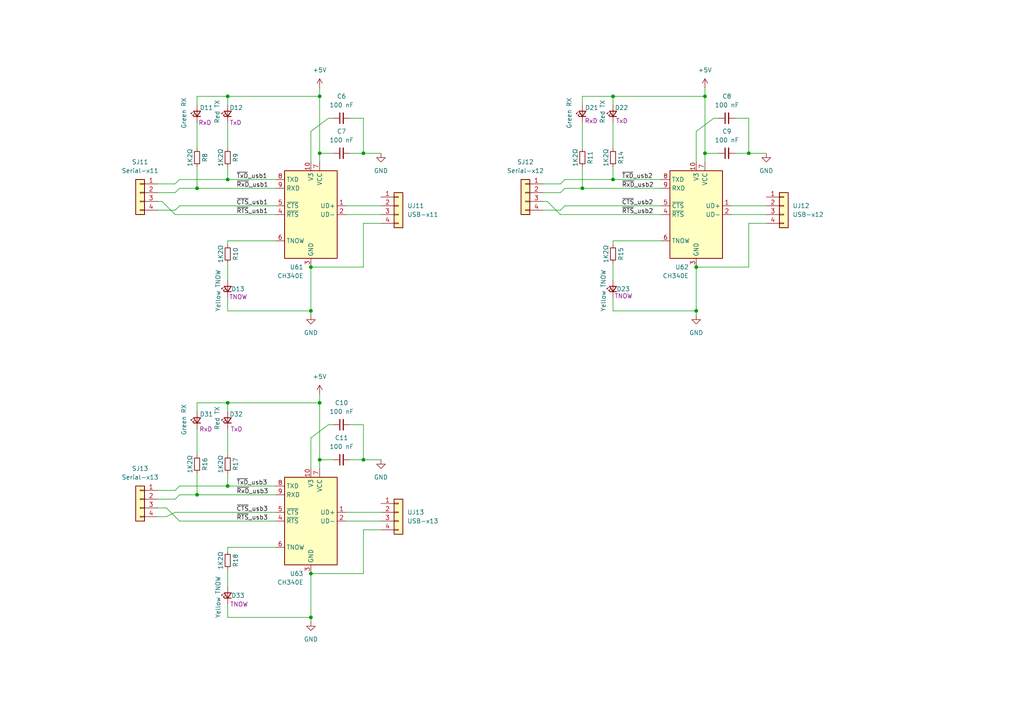
<source format=kicad_sch>
(kicad_sch (version 20250114) (generator "eeschema") (generator_version "9.0")
  (paper "A4")
  (title_block (title "CPU X-3") (date "2025-06-26") (rev "3") (company "Rlink.se"))
  (lib_symbols
    (symbol "Connector_Generic:Conn_01x04" (pin_names (offset 1.016) (hide yes))
      (property "Reference" "J" (at 0 5.08 0))
      (property "Value" "Conn_01x04" (at 0 -7.62 0))
      (symbol "Conn_01x04_1_1"
        (rectangle (start -1.27 3.81) (end 1.27 -6.35) (stroke (width 0.254)) (fill (type background)))
        (rectangle (start -1.27 2.667) (end 0 2.413) (stroke (width 0.1524)))
        (rectangle (start -1.27 0.127) (end 0 -0.127) (stroke (width 0.1524)))
        (rectangle (start -1.27 -2.413) (end 0 -2.667) (stroke (width 0.1524)))
        (rectangle (start -1.27 -4.953) (end 0 -5.207) (stroke (width 0.1524)))
        (pin passive line (at -5.08 2.54 0) (length 3.81) (name "Pin_1") (number "1"))
        (pin passive line (at -5.08 0 0) (length 3.81) (name "Pin_2") (number "2"))
        (pin passive line (at -5.08 -2.54 0) (length 3.81) (name "Pin_3") (number "3"))
        (pin passive line (at -5.08 -5.08 0) (length 3.81) (name "Pin_4") (number "4"))
      )
    )
    (symbol "Device:C_Small" (pin_numbers (hide yes)) (pin_names (offset 0.254) (hide yes))
      (property "Reference" "C" (at 0.254 1.778 0))
      (property "Value" "C_Small" (at 0.254 -2.032 0))
      (symbol "C_Small_0_1"
        (polyline (pts (xy -1.524 0.508) (xy 1.524 0.508)) (stroke (width 0.3048)))
        (polyline (pts (xy -1.524 -0.508) (xy 1.524 -0.508)) (stroke (width 0.3302)))
      )
      (symbol "C_Small_1_1"
        (pin passive line (at 0 2.54 270) (length 2.032) (name "~") (number "1"))
        (pin passive line (at 0 -2.54 90) (length 2.032) (name "~") (number "2"))
      )
    )
    (symbol "Device:LED_Small" (pin_numbers (hide yes)) (pin_names (offset 0.254) (hide yes))
      (property "Reference" "D" (at -1.27 3.175 0))
      (property "Value" "LED_Small" (at -4.445 -2.54 0))
      (symbol "LED_Small_0_1"
        (polyline (pts (xy -0.762 -1.016) (xy -0.762 1.016)) (stroke (width 0.254)))
        (polyline (pts (xy 0 0.762) (xy -0.508 1.27) (xy -0.254 1.27) (xy -0.508 1.27) (xy -0.508 1.016)))
        (polyline (pts (xy 0.508 1.27) (xy 0 1.778) (xy 0.254 1.778) (xy 0 1.778) (xy 0 1.524)))
        (polyline (pts (xy 0.762 -1.016) (xy -0.762 0) (xy 0.762 1.016) (xy 0.762 -1.016)) (stroke (width 0.254)))
        (polyline (pts (xy 1.016 0) (xy -0.762 0)))
      )
      (symbol "LED_Small_1_1"
        (pin passive line (at -2.54 0 0) (length 1.778) (name "K") (number "1"))
        (pin passive line (at 2.54 0 180) (length 1.778) (name "A") (number "2"))
      )
    )
    (symbol "Device:R_Small" (pin_numbers (hide yes)) (pin_names (offset 0.254) (hide yes))
      (property "Reference" "R" (at 0.762 0.508 0))
      (property "Value" "R_Small" (at 0.762 -1.016 0))
      (symbol "R_Small_0_1"
        (rectangle (start -0.762 1.778) (end 0.762 -1.778) (stroke (width 0.2032)))
      )
      (symbol "R_Small_1_1"
        (pin passive line (at 0 2.54 270) (length 0.762) (name "~") (number "1"))
        (pin passive line (at 0 -2.54 90) (length 0.762) (name "~") (number "2"))
      )
    )
    (symbol "Interface_USB:CH340E"
      (property "Reference" "U" (at -5.08 13.97 0))
      (property "Value" "CH340E" (at 1.27 13.97 0))
      (symbol "CH340E_0_1"
        (rectangle (start -7.62 12.7) (end 7.62 -12.7) (stroke (width 0.254)) (fill (type background)))
      )
      (symbol "CH340E_1_1"
        (pin bidirectional line (at -10.16 2.54 0) (length 2.54) (name "UD+") (number "1"))
        (pin bidirectional line (at -10.16 0 0) (length 2.54) (name "UD-") (number "2"))
        (pin power_in line (at -2.54 15.24 270) (length 2.54) (name "VCC") (number "7"))
        (pin power_out line (at 0 15.24 270) (length 2.54) (name "V3") (number "10"))
        (pin power_in line (at 0 -15.24 90) (length 2.54) (name "GND") (number "3"))
        (pin output line (at 10.16 10.16 180) (length 2.54) (name "TXD") (number "8"))
        (pin input line (at 10.16 7.62 180) (length 2.54) (name "RXD") (number "9"))
        (pin input line (at 10.16 2.54 180) (length 2.54) (name "~{CTS}") (number "5"))
        (pin output line (at 10.16 0 180) (length 2.54) (name "~{RTS}") (number "4"))
        (pin output line (at 10.16 -7.62 180) (length 2.54) (name "TNOW") (number "6"))
      )
    )
    (symbol "power:+5V" (power) (pin_numbers (hide yes)) (pin_names (offset 0) (hide yes))
      (property "Value" "+5V" (at 0 3.556 0))
      (symbol "+5V_0_1"
        (polyline (pts (xy -0.762 1.27) (xy 0 2.54)))
        (polyline (pts (xy 0 2.54) (xy 0.762 1.27)))
        (polyline (pts (xy 0 0) (xy 0 2.54)))
      )
      (symbol "+5V_1_1"
        (pin power_in line (at 0 0 90) (length 0) (name "~") (number "1"))
      )
    )
    (symbol "power:GND" (power) (pin_numbers (hide yes)) (pin_names (offset 0) (hide yes))
      (property "Value" "GND" (at 0 -3.81 0))
      (symbol "GND_0_1"
        (polyline (pts (xy 0 0) (xy 0 -1.27) (xy 1.27 -1.27) (xy 0 -2.54) (xy -1.27 -1.27) (xy 0 -1.27)))
      )
      (symbol "GND_1_1"
        (pin power_in line (at 0 0 270) (length 0) (name "~") (number "1"))
      )
    )
  )
  (junction (at 168.91 54.61))
  (junction (at 66.04 140.97))
  (junction (at 90.17 77.47))
  (junction (at 92.71 116.84))
  (junction (at 66.04 116.84))
  (junction (at 90.17 90.17))
  (junction (at 57.15 54.61))
  (junction (at 90.17 166.37))
  (junction (at 57.15 143.51))
  (junction (at 92.71 44.45))
  (junction (at 66.04 27.94))
  (junction (at 92.71 133.35))
  (junction (at 66.04 52.07))
  (junction (at 105.41 133.35))
  (junction (at 204.47 27.94))
  (junction (at 105.41 44.45))
  (junction (at 217.17 44.45))
  (junction (at 177.8 27.94))
  (junction (at 204.47 44.45))
  (junction (at 177.8 52.07))
  (junction (at 90.17 179.07))
  (junction (at 201.93 90.17))
  (junction (at 201.93 77.47))
  (junction (at 92.71 27.94))
  (wire (pts (xy 162.56 60.96) (xy 157.48 60.96)))
  (wire (pts (xy 57.15 116.84) (xy 66.04 116.84)))
  (wire (pts (xy 100.33 151.13) (xy 110.49 151.13)))
  (wire (pts (xy 92.71 27.94) (xy 92.71 44.45)))
  (wire (pts (xy 177.8 71.12) (xy 177.8 69.85)))
  (wire (pts (xy 168.91 27.94) (xy 177.8 27.94)))
  (wire (pts (xy 66.04 158.75) (xy 80.01 158.75)))
  (wire (pts (xy 177.8 81.28) (xy 177.8 76.2)))
  (wire (pts (xy 66.04 27.94) (xy 92.71 27.94)))
  (wire (pts (xy 66.04 119.38) (xy 66.04 116.84)))
  (wire (pts (xy 110.49 153.67) (xy 105.41 153.67)))
  (wire (pts (xy 66.04 71.12) (xy 66.04 69.85)))
  (wire (pts (xy 163.83 52.07) (xy 177.8 52.07)))
  (wire (pts (xy 66.04 90.17) (xy 90.17 90.17)))
  (wire (pts (xy 222.25 44.45) (xy 217.17 44.45)))
  (wire (pts (xy 217.17 44.45) (xy 213.36 44.45)))
  (wire (pts (xy 96.52 44.45) (xy 92.71 44.45)))
  (wire (pts (xy 66.04 179.07) (xy 90.17 179.07)))
  (wire (pts (xy 105.41 123.19) (xy 105.41 133.35)))
  (wire (pts (xy 66.04 90.17) (xy 66.04 86.36)))
  (wire (pts (xy 66.04 170.18) (xy 66.04 165.1)))
  (wire (pts (xy 100.33 62.23) (xy 110.49 62.23)))
  (wire (pts (xy 52.07 52.07) (xy 66.04 52.07)))
  (wire (pts (xy 80.01 62.23) (xy 50.8 62.23)))
  (wire (pts (xy 90.17 91.44) (xy 90.17 90.17)))
  (wire (pts (xy 66.04 160.02) (xy 66.04 158.75)))
  (wire (pts (xy 46.99 58.42) (xy 45.72 58.42)))
  (wire (pts (xy 52.07 143.51) (xy 57.15 143.51)))
  (wire (pts (xy 48.26 149.86) (xy 45.72 149.86)))
  (wire (pts (xy 105.41 166.37) (xy 90.17 166.37)))
  (wire (pts (xy 177.8 27.94) (xy 204.47 27.94)))
  (wire (pts (xy 105.41 34.29) (xy 101.6 34.29)))
  (wire (pts (xy 100.33 148.59) (xy 110.49 148.59)))
  (wire (pts (xy 66.04 140.97) (xy 80.01 140.97)))
  (wire (pts (xy 191.77 59.69) (xy 163.83 59.69)))
  (wire (pts (xy 217.17 34.29) (xy 213.36 34.29)))
  (wire (pts (xy 110.49 64.77) (xy 105.41 64.77)))
  (wire (pts (xy 204.47 27.94) (xy 204.47 44.45)))
  (wire (pts (xy 92.71 133.35) (xy 92.71 135.89)))
  (wire (pts (xy 105.41 133.35) (xy 101.6 133.35)))
  (wire (pts (xy 50.8 55.88) (xy 45.72 55.88)))
  (wire (pts (xy 90.17 180.34) (xy 90.17 179.07)))
  (wire (pts (xy 50.8 60.96) (xy 45.72 60.96)))
  (wire (pts (xy 201.93 91.44) (xy 201.93 90.17)))
  (wire (pts (xy 57.15 137.16) (xy 57.15 143.51)))
  (wire (pts (xy 217.17 34.29) (xy 217.17 44.45)))
  (wire (pts (xy 158.75 58.42) (xy 157.48 58.42)))
  (wire (pts (xy 105.41 153.67) (xy 105.41 166.37)))
  (wire (pts (xy 57.15 30.48) (xy 57.15 27.94)))
  (wire (pts (xy 163.83 54.61) (xy 162.56 55.88)))
  (wire (pts (xy 52.07 52.07) (xy 50.8 53.34)))
  (wire (pts (xy 217.17 64.77) (xy 217.17 77.47)))
  (wire (pts (xy 177.8 90.17) (xy 201.93 90.17)))
  (wire (pts (xy 163.83 54.61) (xy 168.91 54.61)))
  (wire (pts (xy 52.07 140.97) (xy 50.8 142.24)))
  (wire (pts (xy 207.01 34.29) (xy 208.28 34.29)))
  (wire (pts (xy 90.17 38.1) (xy 95.25 34.29)))
  (wire (pts (xy 212.09 59.69) (xy 222.25 59.69)))
  (wire (pts (xy 66.04 52.07) (xy 80.01 52.07)))
  (wire (pts (xy 177.8 43.18) (xy 177.8 35.56)))
  (wire (pts (xy 105.41 77.47) (xy 90.17 77.47)))
  (wire (pts (xy 57.15 143.51) (xy 80.01 143.51)))
  (wire (pts (xy 163.83 59.69) (xy 162.56 60.96)))
  (wire (pts (xy 201.93 38.1) (xy 201.93 46.99)))
  (wire (pts (xy 217.17 77.47) (xy 201.93 77.47)))
  (wire (pts (xy 50.8 53.34) (xy 45.72 53.34)))
  (wire (pts (xy 177.8 52.07) (xy 191.77 52.07)))
  (wire (pts (xy 92.71 116.84) (xy 92.71 133.35)))
  (wire (pts (xy 168.91 54.61) (xy 191.77 54.61)))
  (wire (pts (xy 177.8 90.17) (xy 177.8 86.36)))
  (wire (pts (xy 50.8 62.23) (xy 46.99 58.42)))
  (wire (pts (xy 48.26 147.32) (xy 52.07 151.13)))
  (wire (pts (xy 57.15 132.08) (xy 57.15 124.46)))
  (wire (pts (xy 204.47 44.45) (xy 204.47 46.99)))
  (wire (pts (xy 66.04 30.48) (xy 66.04 27.94)))
  (wire (pts (xy 50.8 142.24) (xy 45.72 142.24)))
  (wire (pts (xy 191.77 62.23) (xy 162.56 62.23)))
  (wire (pts (xy 50.8 148.59) (xy 80.01 148.59)))
  (wire (pts (xy 57.15 27.94) (xy 66.04 27.94)))
  (wire (pts (xy 90.17 179.07) (xy 90.17 166.37)))
  (wire (pts (xy 90.17 38.1) (xy 90.17 46.99)))
  (wire (pts (xy 52.07 54.61) (xy 50.8 55.88)))
  (wire (pts (xy 168.91 43.18) (xy 168.91 35.56)))
  (wire (pts (xy 105.41 64.77) (xy 105.41 77.47)))
  (wire (pts (xy 201.93 38.1) (xy 207.01 34.29)))
  (wire (pts (xy 57.15 54.61) (xy 80.01 54.61)))
  (wire (pts (xy 212.09 62.23) (xy 222.25 62.23)))
  (wire (pts (xy 204.47 25.4) (xy 204.47 27.94)))
  (wire (pts (xy 57.15 43.18) (xy 57.15 35.56)))
  (wire (pts (xy 80.01 59.69) (xy 52.07 59.69)))
  (wire (pts (xy 110.49 44.45) (xy 105.41 44.45)))
  (wire (pts (xy 162.56 55.88) (xy 157.48 55.88)))
  (wire (pts (xy 66.04 179.07) (xy 66.04 175.26)))
  (wire (pts (xy 177.8 48.26) (xy 177.8 52.07)))
  (wire (pts (xy 95.25 34.29) (xy 96.52 34.29)))
  (wire (pts (xy 52.07 143.51) (xy 50.8 144.78)))
  (wire (pts (xy 92.71 114.3) (xy 92.71 116.84)))
  (wire (pts (xy 48.26 147.32) (xy 45.72 147.32)))
  (wire (pts (xy 191.77 69.85) (xy 177.8 69.85)))
  (wire (pts (xy 162.56 62.23) (xy 158.75 58.42)))
  (wire (pts (xy 168.91 48.26) (xy 168.91 54.61)))
  (wire (pts (xy 66.04 43.18) (xy 66.04 35.56)))
  (wire (pts (xy 66.04 132.08) (xy 66.04 124.46)))
  (wire (pts (xy 57.15 48.26) (xy 57.15 54.61)))
  (wire (pts (xy 90.17 127) (xy 90.17 135.89)))
  (wire (pts (xy 66.04 116.84) (xy 92.71 116.84)))
  (wire (pts (xy 50.8 148.59) (xy 48.26 149.86)))
  (wire (pts (xy 57.15 119.38) (xy 57.15 116.84)))
  (wire (pts (xy 201.93 90.17) (xy 201.93 77.47)))
  (wire (pts (xy 66.04 48.26) (xy 66.04 52.07)))
  (wire (pts (xy 90.17 127) (xy 95.25 123.19)))
  (wire (pts (xy 163.83 52.07) (xy 162.56 53.34)))
  (wire (pts (xy 100.33 59.69) (xy 110.49 59.69)))
  (wire (pts (xy 66.04 81.28) (xy 66.04 76.2)))
  (wire (pts (xy 80.01 151.13) (xy 52.07 151.13)))
  (wire (pts (xy 105.41 123.19) (xy 101.6 123.19)))
  (wire (pts (xy 90.17 90.17) (xy 90.17 77.47)))
  (wire (pts (xy 92.71 44.45) (xy 92.71 46.99)))
  (wire (pts (xy 52.07 59.69) (xy 50.8 60.96)))
  (wire (pts (xy 168.91 30.48) (xy 168.91 27.94)))
  (wire (pts (xy 105.41 34.29) (xy 105.41 44.45)))
  (wire (pts (xy 105.41 44.45) (xy 101.6 44.45)))
  (wire (pts (xy 177.8 30.48) (xy 177.8 27.94)))
  (wire (pts (xy 66.04 137.16) (xy 66.04 140.97)))
  (wire (pts (xy 52.07 140.97) (xy 66.04 140.97)))
  (wire (pts (xy 110.49 133.35) (xy 105.41 133.35)))
  (wire (pts (xy 52.07 54.61) (xy 57.15 54.61)))
  (wire (pts (xy 208.28 44.45) (xy 204.47 44.45)))
  (wire (pts (xy 222.25 64.77) (xy 217.17 64.77)))
  (wire (pts (xy 95.25 123.19) (xy 96.52 123.19)))
  (wire (pts (xy 50.8 144.78) (xy 45.72 144.78)))
  (wire (pts (xy 162.56 53.34) (xy 157.48 53.34)))
  (wire (pts (xy 96.52 133.35) (xy 92.71 133.35)))
  (wire (pts (xy 80.01 69.85) (xy 66.04 69.85)))
  (wire (pts (xy 92.71 25.4) (xy 92.71 27.94)))
  (label "~{CTS}_usb3" (at 68.58 148.59 0))
  (label "~{RTS}_usb1" (at 68.58 62.23 0))
  (label "~{TxD}_usb1" (at 68.58 52.07 0))
  (label "~{TxD}_usb3" (at 68.58 140.97 0))
  (label "~{RxD}_usb2" (at 180.34 54.61 0))
  (label "~{RTS}_usb2" (at 180.34 62.23 0))
  (label "~{CTS}_usb1" (at 68.58 59.69 0))
  (label "~{RTS}_usb3" (at 68.58 151.13 0))
  (label "~{RxD}_usb3" (at 68.58 143.51 0))
  (label "~{TxD}_usb2" (at 180.34 52.07 0))
  (label "~{RxD}_usb1" (at 68.58 54.61 0))
  (label "~{CTS}_usb2" (at 180.34 59.69 0))
  (symbol (lib_id "power:+5V") (at 92.71 114.3 0) (unit 1)
    (property "Reference" "#PWR084" (effects (hide yes)))
    (property "Value" "+5V" (at 92.71 109.22 0))
    (property "Description" "Power symbol creates a global label with name \"+5V\"" (effects (hide yes)))
  )
  (symbol (lib_id "Connector_Generic:Conn_01x04") (at 115.57 59.69 0) (unit 1)
    (property "Reference" "UJ11" (at 118.11 59.6899 0) (effects (justify left)))
    (property "Value" "USB-x11" (at 118.11 62.2299 0) (effects (justify left)))
    (property "Footprint" "Connector_PinHeader_2.54mm:PinHeader_1x04_P2.54mm_Vertical" (effects (hide yes)))
    (property "Description" "Generic connector, single row, 01x04, script generated (kicad-library-utils/schlib/autogen/connector/)" (effects (hide yes)))
  )
  (symbol (lib_id "power:GND") (at 90.17 180.34 0) (unit 1)
    (property "Reference" "#PWR083" (effects (hide yes)))
    (property "Value" "GND" (at 90.17 185.42 0))
    (property "Description" "Power symbol creates a global label with name \"GND\" , ground" (effects (hide yes)))
  )
  (symbol (lib_id "power:GND") (at 222.25 44.45 0) (unit 1)
    (property "Reference" "#PWR082" (effects (hide yes)))
    (property "Value" "GND" (at 222.25 49.53 0))
    (property "Description" "Power symbol creates a global label with name \"GND\" , ground" (effects (hide yes)))
  )
  (symbol (lib_id "Device:R_Small") (at 66.04 162.56 0) (unit 1)
    (property "Reference" "R18" (at 68.326 162.56 90))
    (property "Value" "1K2Ω" (at 64.008 162.56 90))
    (property "Footprint" "Resistor_THT:R_Axial_DIN0207_L6.3mm_D2.5mm_P10.16mm_Horizontal" (effects (hide yes)))
    (property "Description" "Resistor, small symbol" (effects (hide yes)))
  )
  (symbol (lib_id "power:GND") (at 90.17 91.44 0) (unit 1)
    (property "Reference" "#PWR078" (effects (hide yes)))
    (property "Value" "GND" (at 90.17 96.52 0))
    (property "Description" "Power symbol creates a global label with name \"GND\" , ground" (effects (hide yes)))
  )
  (symbol (lib_id "Device:C_Small") (at 99.06 123.19 90) (unit 1)
    (property "Reference" "C10" (at 99.0663 116.84 90))
    (property "Value" "100 nF" (at 99.0663 119.38 90))
    (property "Footprint" "Capacitor_THT:C_Axial_L3.8mm_D2.6mm_P7.50mm_Horizontal" (effects (hide yes)))
    (property "Description" "Unpolarized capacitor, small symbol" (effects (hide yes)))
  )
  (symbol (lib_id "Connector_Generic:Conn_01x04") (at 227.33 59.69 0) (unit 1)
    (property "Reference" "UJ12" (at 229.87 59.6899 0) (effects (justify left)))
    (property "Value" "USB-x12" (at 229.87 62.2299 0) (effects (justify left)))
    (property "Footprint" "Connector_PinHeader_2.54mm:PinHeader_1x04_P2.54mm_Vertical" (effects (hide yes)))
    (property "Description" "Generic connector, single row, 01x04, script generated (kicad-library-utils/schlib/autogen/connector/)" (effects (hide yes)))
  )
  (symbol (lib_id "Device:LED_Small") (at 177.8 33.02 90) (unit 1)
    (property "Reference" "D22" (at 178.308 31.242 90) (effects (justify right)))
    (property "Value" "Red TX" (at 174.752 35.814 0) (effects (justify left)))
    (property "Footprint" "LED_THT:LED_D3.0mm" (effects (hide yes)))
    (property "Description" "Light emitting diode, small symbol" (effects (hide yes)))
    (property "Sim.Pin" "1=K 2=A" (effects (hide yes)))
    (property "Label" "TxD" (at 180.34 35.052 90))
  )
  (symbol (lib_id "Device:R_Small") (at 57.15 134.62 0) (unit 1)
    (property "Reference" "R16" (at 59.436 134.62 90))
    (property "Value" "1K2Ω" (at 55.118 134.62 90))
    (property "Footprint" "Resistor_THT:R_Axial_DIN0207_L6.3mm_D2.5mm_P10.16mm_Horizontal" (effects (hide yes)))
    (property "Description" "Resistor, small symbol" (effects (hide yes)))
  )
  (symbol (lib_id "Device:C_Small") (at 99.06 44.45 90) (unit 1)
    (property "Reference" "C7" (at 99.0663 38.1 90))
    (property "Value" "100 nF" (at 99.0663 40.64 90))
    (property "Footprint" "Capacitor_THT:C_Axial_L3.8mm_D2.6mm_P7.50mm_Horizontal" (effects (hide yes)))
    (property "Description" "Unpolarized capacitor, small symbol" (effects (hide yes)))
  )
  (symbol (lib_id "Device:LED_Small") (at 57.15 121.92 90) (unit 1)
    (property "Reference" "D31" (at 57.912 120.142 90) (effects (justify right)))
    (property "Value" "Green RX" (at 53.34 126.238 0) (effects (justify left)))
    (property "Footprint" "LED_THT:LED_D3.0mm" (effects (hide yes)))
    (property "Description" "Light emitting diode, small symbol" (effects (hide yes)))
    (property "Sim.Pin" "1=K 2=A" (effects (hide yes)))
    (property "Label" "RxD" (at 59.69 124.46 90))
  )
  (symbol (lib_id "Device:R_Small") (at 66.04 134.62 0) (unit 1)
    (property "Reference" "R17" (at 68.326 134.62 90))
    (property "Value" "1K2Ω" (at 64.008 134.62 90))
    (property "Footprint" "Resistor_THT:R_Axial_DIN0207_L6.3mm_D2.5mm_P10.16mm_Horizontal" (effects (hide yes)))
    (property "Description" "Resistor, small symbol" (effects (hide yes)))
  )
  (symbol (lib_id "power:+5V") (at 92.71 25.4 0) (unit 1)
    (property "Reference" "#PWR077" (effects (hide yes)))
    (property "Value" "+5V" (at 92.71 20.32 0))
    (property "Description" "Power symbol creates a global label with name \"+5V\"" (effects (hide yes)))
  )
  (symbol (lib_id "power:GND") (at 110.49 133.35 0) (unit 1)
    (property "Reference" "#PWR085" (effects (hide yes)))
    (property "Value" "GND" (at 110.49 138.43 0))
    (property "Description" "Power symbol creates a global label with name \"GND\" , ground" (effects (hide yes)))
  )
  (symbol (lib_id "Interface_USB:CH340E") (at 90.17 151.13 0) (mirror y) (unit 1)
    (property "Reference" "U63" (at 88.0267 166.37 0) (effects (justify left)))
    (property "Value" "CH340E" (at 88.0267 168.91 0) (effects (justify left)))
    (property "Footprint" "Library:MSOP-10_3x3mm_P0.5mm-CH340E" (effects (hide yes)))
    (property "Datasheet" "https://www.mpja.com/download/35227cpdata.pdf" (effects (hide yes)))
    (property "Description" "USB serial converter, UART, MSOP-10" (effects (hide yes)))
  )
  (symbol (lib_id "Device:LED_Small") (at 66.04 172.72 90) (unit 1)
    (property "Reference" "D33" (at 67.056 172.72 90) (effects (justify right)))
    (property "Value" "Yellow TNOW" (at 63.246 179.324 0) (effects (justify left)))
    (property "Footprint" "LED_THT:LED_D3.0mm" (effects (hide yes)))
    (property "Description" "Light emitting diode, small symbol" (effects (hide yes)))
    (property "Sim.Pin" "1=K 2=A" (effects (hide yes)))
    (property "Label" "TNOW" (at 69.342 175.26 90))
  )
  (symbol (lib_id "Device:C_Small") (at 210.82 44.45 90) (unit 1)
    (property "Reference" "C9" (at 210.8263 38.1 90))
    (property "Value" "100 nF" (at 210.8263 40.64 90))
    (property "Footprint" "Capacitor_THT:C_Axial_L3.8mm_D2.6mm_P7.50mm_Horizontal" (effects (hide yes)))
    (property "Description" "Unpolarized capacitor, small symbol" (effects (hide yes)))
  )
  (symbol (lib_id "Device:R_Small") (at 66.04 73.66 0) (unit 1)
    (property "Reference" "R10" (at 68.326 73.66 90))
    (property "Value" "1K2Ω" (at 64.008 73.66 90))
    (property "Footprint" "Resistor_THT:R_Axial_DIN0207_L6.3mm_D2.5mm_P10.16mm_Horizontal" (effects (hide yes)))
    (property "Description" "Resistor, small symbol" (effects (hide yes)))
  )
  (symbol (lib_id "Device:LED_Small") (at 57.15 33.02 90) (unit 1)
    (property "Reference" "D11" (at 57.912 31.242 90) (effects (justify right)))
    (property "Value" "Green RX" (at 53.34 37.338 0) (effects (justify left)))
    (property "Footprint" "LED_THT:LED_D3.0mm" (effects (hide yes)))
    (property "Description" "Light emitting diode, small symbol" (effects (hide yes)))
    (property "Sim.Pin" "1=K 2=A" (effects (hide yes)))
    (property "Label" "RxD" (at 59.436 35.56 90))
  )
  (symbol (lib_id "Device:LED_Small") (at 177.8 83.82 90) (unit 1)
    (property "Reference" "D23" (at 178.816 83.82 90) (effects (justify right)))
    (property "Value" "Yellow TNOW" (at 175.006 90.424 0) (effects (justify left)))
    (property "Footprint" "LED_THT:LED_D3.0mm" (effects (hide yes)))
    (property "Description" "Light emitting diode, small symbol" (effects (hide yes)))
    (property "Sim.Pin" "1=K 2=A" (effects (hide yes)))
    (property "Label" "TNOW" (at 180.848 85.852 90))
  )
  (symbol (lib_id "Device:R_Small") (at 177.8 45.72 0) (unit 1)
    (property "Reference" "R14" (at 180.086 45.72 90))
    (property "Value" "1K2Ω" (at 175.768 45.72 90))
    (property "Footprint" "Resistor_THT:R_Axial_DIN0207_L6.3mm_D2.5mm_P10.16mm_Horizontal" (effects (hide yes)))
    (property "Description" "Resistor, small symbol" (effects (hide yes)))
  )
  (symbol (lib_id "Device:C_Small") (at 210.82 34.29 90) (unit 1)
    (property "Reference" "C8" (at 210.8263 27.94 90))
    (property "Value" "100 nF" (at 210.8263 30.48 90))
    (property "Footprint" "Capacitor_THT:C_Axial_L3.8mm_D2.6mm_P7.50mm_Horizontal" (effects (hide yes)))
    (property "Description" "Unpolarized capacitor, small symbol" (effects (hide yes)))
  )
  (symbol (lib_id "Device:LED_Small") (at 66.04 83.82 90) (unit 1)
    (property "Reference" "D13" (at 67.056 83.82 90) (effects (justify right)))
    (property "Value" "Yellow TNOW" (at 63.246 90.424 0) (effects (justify left)))
    (property "Footprint" "LED_THT:LED_D3.0mm" (effects (hide yes)))
    (property "Description" "Light emitting diode, small symbol" (effects (hide yes)))
    (property "Sim.Pin" "1=K 2=A" (effects (hide yes)))
    (property "Label" "TNOW" (at 69.088 86.106 90))
  )
  (symbol (lib_id "Device:R_Small") (at 177.8 73.66 0) (unit 1)
    (property "Reference" "R15" (at 180.086 73.66 90))
    (property "Value" "1K2Ω" (at 175.768 73.66 90))
    (property "Footprint" "Resistor_THT:R_Axial_DIN0207_L6.3mm_D2.5mm_P10.16mm_Horizontal" (effects (hide yes)))
    (property "Description" "Resistor, small symbol" (effects (hide yes)))
  )
  (symbol (lib_id "Interface_USB:CH340E") (at 201.93 62.23 0) (mirror y) (unit 1)
    (property "Reference" "U62" (at 199.7867 77.47 0) (effects (justify left)))
    (property "Value" "CH340E" (at 199.7867 80.01 0) (effects (justify left)))
    (property "Footprint" "Library:MSOP-10_3x3mm_P0.5mm-CH340E" (effects (hide yes)))
    (property "Datasheet" "https://www.mpja.com/download/35227cpdata.pdf" (effects (hide yes)))
    (property "Description" "USB serial converter, UART, MSOP-10" (effects (hide yes)))
  )
  (symbol (lib_id "Device:C_Small") (at 99.06 34.29 90) (unit 1)
    (property "Reference" "C6" (at 99.0663 27.94 90))
    (property "Value" "100 nF" (at 99.0663 30.48 90))
    (property "Footprint" "Capacitor_THT:C_Axial_L3.8mm_D2.6mm_P7.50mm_Horizontal" (effects (hide yes)))
    (property "Description" "Unpolarized capacitor, small symbol" (effects (hide yes)))
  )
  (symbol (lib_id "power:GND") (at 110.49 44.45 0) (unit 1)
    (property "Reference" "#PWR079" (effects (hide yes)))
    (property "Value" "GND" (at 110.49 49.53 0))
    (property "Description" "Power symbol creates a global label with name \"GND\" , ground" (effects (hide yes)))
  )
  (symbol (lib_id "Device:LED_Small") (at 66.04 121.92 90) (unit 1)
    (property "Reference" "D32" (at 66.548 120.142 90) (effects (justify right)))
    (property "Value" "Red TX" (at 62.992 124.714 0) (effects (justify left)))
    (property "Footprint" "LED_THT:LED_D3.0mm" (effects (hide yes)))
    (property "Description" "Light emitting diode, small symbol" (effects (hide yes)))
    (property "Sim.Pin" "1=K 2=A" (effects (hide yes)))
    (property "Label" "TxD" (at 68.58 124.46 90))
  )
  (symbol (lib_id "Device:LED_Small") (at 66.04 33.02 90) (unit 1)
    (property "Reference" "D12" (at 66.548 31.242 90) (effects (justify right)))
    (property "Value" "Red TX" (at 62.992 35.814 0) (effects (justify left)))
    (property "Footprint" "LED_THT:LED_D3.0mm" (effects (hide yes)))
    (property "Description" "Light emitting diode, small symbol" (effects (hide yes)))
    (property "Sim.Pin" "1=K 2=A" (effects (hide yes)))
    (property "Label" "TxD" (at 68.326 35.56 90))
  )
  (symbol (lib_id "power:+5V") (at 204.47 25.4 0) (unit 1)
    (property "Reference" "#PWR081" (effects (hide yes)))
    (property "Value" "+5V" (at 204.47 20.32 0))
    (property "Description" "Power symbol creates a global label with name \"+5V\"" (effects (hide yes)))
  )
  (symbol (lib_id "Device:R_Small") (at 57.15 45.72 0) (unit 1)
    (property "Reference" "R8" (at 59.436 45.72 90))
    (property "Value" "1K2Ω" (at 55.118 45.72 90))
    (property "Footprint" "Resistor_THT:R_Axial_DIN0207_L6.3mm_D2.5mm_P10.16mm_Horizontal" (effects (hide yes)))
    (property "Description" "Resistor, small symbol" (effects (hide yes)))
  )
  (symbol (lib_id "Device:R_Small") (at 66.04 45.72 0) (unit 1)
    (property "Reference" "R9" (at 68.326 45.72 90))
    (property "Value" "1K2Ω" (at 64.008 45.72 90))
    (property "Footprint" "Resistor_THT:R_Axial_DIN0207_L6.3mm_D2.5mm_P10.16mm_Horizontal" (effects (hide yes)))
    (property "Description" "Resistor, small symbol" (effects (hide yes)))
  )
  (symbol (lib_id "Device:LED_Small") (at 168.91 33.02 90) (unit 1)
    (property "Reference" "D21" (at 169.672 31.242 90) (effects (justify right)))
    (property "Value" "Green RX" (at 165.1 37.338 0) (effects (justify left)))
    (property "Footprint" "LED_THT:LED_D3.0mm" (effects (hide yes)))
    (property "Description" "Light emitting diode, small symbol" (effects (hide yes)))
    (property "Sim.Pin" "1=K 2=A" (effects (hide yes)))
    (property "Label" "RxD" (at 171.45 35.052 90))
  )
  (symbol (lib_id "Interface_USB:CH340E") (at 90.17 62.23 0) (mirror y) (unit 1)
    (property "Reference" "U61" (at 88.0267 77.47 0) (effects (justify left)))
    (property "Value" "CH340E" (at 88.0267 80.01 0) (effects (justify left)))
    (property "Footprint" "Library:MSOP-10_3x3mm_P0.5mm-CH340E" (effects (hide yes)))
    (property "Datasheet" "https://www.mpja.com/download/35227cpdata.pdf" (effects (hide yes)))
    (property "Description" "USB serial converter, UART, MSOP-10" (effects (hide yes)))
  )
  (symbol (lib_id "Connector_Generic:Conn_01x04") (at 40.64 144.78 0) (mirror y) (unit 1)
    (property "Reference" "SJ13" (at 40.64 135.89 0))
    (property "Value" "Serial-x13" (at 40.64 138.43 0))
    (property "Footprint" "Connector_PinHeader_2.54mm:PinHeader_1x04_P2.54mm_Vertical" (effects (hide yes)))
    (property "Description" "Generic connector, single row, 01x04, script generated (kicad-library-utils/schlib/autogen/connector/)" (effects (hide yes)))
  )
  (symbol (lib_id "power:GND") (at 201.93 91.44 0) (unit 1)
    (property "Reference" "#PWR080" (effects (hide yes)))
    (property "Value" "GND" (at 201.93 96.52 0))
    (property "Description" "Power symbol creates a global label with name \"GND\" , ground" (effects (hide yes)))
  )
  (symbol (lib_id "Connector_Generic:Conn_01x04") (at 40.64 55.88 0) (mirror y) (unit 1)
    (property "Reference" "SJ11" (at 40.64 46.99 0))
    (property "Value" "Serial-x11" (at 40.64 49.53 0))
    (property "Footprint" "Connector_PinHeader_2.54mm:PinHeader_1x04_P2.54mm_Vertical" (effects (hide yes)))
    (property "Description" "Generic connector, single row, 01x04, script generated (kicad-library-utils/schlib/autogen/connector/)" (effects (hide yes)))
  )
  (symbol (lib_id "Connector_Generic:Conn_01x04") (at 115.57 148.59 0) (unit 1)
    (property "Reference" "UJ13" (at 118.11 148.5899 0) (effects (justify left)))
    (property "Value" "USB-x13" (at 118.11 151.1299 0) (effects (justify left)))
    (property "Footprint" "Connector_PinHeader_2.54mm:PinHeader_1x04_P2.54mm_Vertical" (effects (hide yes)))
    (property "Description" "Generic connector, single row, 01x04, script generated (kicad-library-utils/schlib/autogen/connector/)" (effects (hide yes)))
  )
  (symbol (lib_id "Device:R_Small") (at 168.91 45.72 0) (unit 1)
    (property "Reference" "R11" (at 171.196 45.72 90))
    (property "Value" "1K2Ω" (at 166.878 45.72 90))
    (property "Footprint" "Resistor_THT:R_Axial_DIN0207_L6.3mm_D2.5mm_P10.16mm_Horizontal" (effects (hide yes)))
    (property "Description" "Resistor, small symbol" (effects (hide yes)))
  )
  (symbol (lib_id "Device:C_Small") (at 99.06 133.35 90) (unit 1)
    (property "Reference" "C11" (at 99.0663 127 90))
    (property "Value" "100 nF" (at 99.0663 129.54 90))
    (property "Footprint" "Capacitor_THT:C_Axial_L3.8mm_D2.6mm_P7.50mm_Horizontal" (effects (hide yes)))
    (property "Description" "Unpolarized capacitor, small symbol" (effects (hide yes)))
  )
  (symbol (lib_id "Connector_Generic:Conn_01x04") (at 152.4 55.88 0) (mirror y) (unit 1)
    (property "Reference" "SJ12" (at 152.4 46.99 0))
    (property "Value" "Serial-x12" (at 152.4 49.53 0))
    (property "Footprint" "Connector_PinHeader_2.54mm:PinHeader_1x04_P2.54mm_Vertical" (effects (hide yes)))
    (property "Description" "Generic connector, single row, 01x04, script generated (kicad-library-utils/schlib/autogen/connector/)" (effects (hide yes)))
  )
)
</source>
